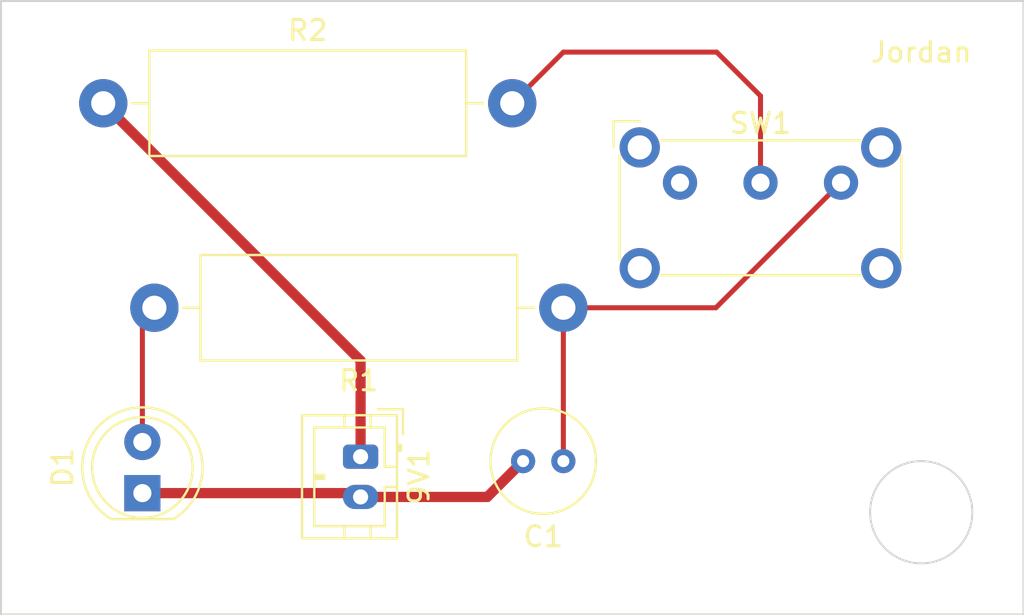
<source format=kicad_pcb>
(kicad_pcb (version 20211014) (generator pcbnew)
  (layers (0 "F.Cu" signal) (31 "B.Cu" signal) (34 "B.Paste" user) (35 "F.Paste" user) (36 "B.SilkS" user "B.Silkscreen") (37 "F.SilkS" user "F.Silkscreen") (38 "B.Mask" user) (39 "F.Mask" user) (44 "Edge.Cuts" user))
  (net 0 "")
  (net 1 "Net-(9V1-Pad1)")
  (net 2 "Net-(9V1-Pad2)")
  (net 3 "Net-(C1-Pad1)")
  (net 4 "Net-(D1-Pad2)")
  (net 5 "Net-(R2-Pad2)")
  (footprint "Capacitor_THT:C_Radial_D5.0mm_H5.0mm_P2.00mm" (layer "F.Cu") (at 134.62 99.06 180)
    (fp_text reference "C1" (at 1 -3.75) (layer "F.SilkS"))
    (fp_text value "4.7μF")
    (fp_circle (center 1 0) (end 3.62 0) (layer "F.SilkS") (width 0.12) (fill none))
    (pad "1" thru_hole circle (at 0 0 180) (size 1.2 1.2) (drill 0.6) (layers *.Cu *.Mask) (net 3 "Net-(C1-Pad1)"))
    (pad "2" thru_hole circle (at 2 0 180) (size 1.2 1.2) (drill 0.6) (layers *.Cu *.Mask) (net 2 "Net-(9V1-Pad2)"))
  )
  (footprint "Resistor_THT:R_Axial_DIN0516_L15.5mm_D5.0mm_P20.32mm_Horizontal" (layer "F.Cu") (at 134.62 91.44 180)
    (fp_text reference "R1" (at 10.16 -3.62) (layer "F.SilkS"))
    (fp_text value "20k")
    (fp_line (start 2.29 -2.62) (end 2.29 2.62) (layer "F.SilkS") (width 0.12))
    (fp_line (start 18.03 2.62) (end 18.03 -2.62) (layer "F.SilkS") (width 0.12))
    (fp_line (start 2.29 2.62) (end 18.03 2.62) (layer "F.SilkS") (width 0.12))
    (fp_line (start 18.88 0) (end 18.03 0) (layer "F.SilkS") (width 0.12))
    (fp_line (start 1.44 0) (end 2.29 0) (layer "F.SilkS") (width 0.12))
    (fp_line (start 18.03 -2.62) (end 2.29 -2.62) (layer "F.SilkS") (width 0.12))
    (pad "1" thru_hole circle (at 0 0 180) (size 2.4 2.4) (drill 1.2) (layers *.Cu *.Mask) (net 3 "Net-(C1-Pad1)"))
    (pad "2" thru_hole oval (at 20.32 0 180) (size 2.4 2.4) (drill 1.2) (layers *.Cu *.Mask) (net 4 "Net-(D1-Pad2)"))
  )
  (footprint "Connector_JST:JST_PH_B2B-PH-K_1x02_P2.00mm_Vertical" (layer "F.Cu") (at 124.545 98.84 -90)
    (fp_text reference "9V1" (at 1 -2.9 90) (layer "F.SilkS"))
    (fp_text value "V1")
    (fp_line (start 0.9 2.3) (end 0.9 1.8) (layer "F.SilkS") (width 0.12))
    (fp_line (start 3.45 2.3) (end 3.45 -1.2) (layer "F.SilkS") (width 0.12))
    (fp_line (start 0.5 -1.2) (end -1.45 -1.2) (layer "F.SilkS") (width 0.12))
    (fp_line (start 4.06 2.91) (end 4.06 -1.81) (layer "F.SilkS") (width 0.12))
    (fp_line (start -0.3 -1.81) (end -0.3 -2.01) (layer "F.SilkS") (width 0.12))
    (fp_line (start -0.3 -1.91) (end -0.6 -1.91) (layer "F.SilkS") (width 0.12))
    (fp_line (start 1 2.3) (end 1 1.8) (layer "F.SilkS") (width 0.12))
    (fp_line (start -2.36 -2.11) (end -2.36 -0.86) (layer "F.SilkS") (width 0.12))
    (fp_line (start 4.06 -0.5) (end 3.45 -0.5) (layer "F.SilkS") (width 0.12))
    (fp_line (start 1.1 1.8) (end 1.1 2.3) (layer "F.SilkS") (width 0.12))
    (fp_line (start -0.3 -2.01) (end -0.6 -2.01) (layer "F.SilkS") (width 0.12))
    (fp_line (start 4.06 0.8) (end 3.45 0.8) (layer "F.SilkS") (width 0.12))
    (fp_line (start 4.06 -1.81) (end -2.06 -1.81) (layer "F.SilkS") (width 0.12))
    (fp_line (start -1.45 -1.2) (end -1.45 2.3) (layer "F.SilkS") (width 0.12))
    (fp_line (start -1.11 -2.11) (end -2.36 -2.11) (layer "F.SilkS") (width 0.12))
    (fp_line (start -1.45 2.3) (end 3.45 2.3) (layer "F.SilkS") (width 0.12))
    (fp_line (start 0.5 -1.81) (end 0.5 -1.2) (layer "F.SilkS") (width 0.12))
    (fp_line (start -0.6 -2.01) (end -0.6 -1.81) (layer "F.SilkS") (width 0.12))
    (fp_line (start -2.06 -1.81) (end -2.06 2.91) (layer "F.SilkS") (width 0.12))
    (fp_line (start -2.06 -0.5) (end -1.45 -0.5) (layer "F.SilkS") (width 0.12))
    (fp_line (start 3.45 -1.2) (end 1.5 -1.2) (layer "F.SilkS") (width 0.12))
    (fp_line (start -2.06 0.8) (end -1.45 0.8) (layer "F.SilkS") (width 0.12))
    (fp_line (start 1.5 -1.2) (end 1.5 -1.81) (layer "F.SilkS") (width 0.12))
    (fp_line (start 0.9 1.8) (end 1.1 1.8) (layer "F.SilkS") (width 0.12))
    (fp_line (start -2.06 2.91) (end 4.06 2.91) (layer "F.SilkS") (width 0.12))
    (pad "1" thru_hole roundrect (at 0 0 270) (size 1.2 1.75) (drill 0.75) (layers *.Cu *.Mask) (roundrect_rratio 0.208333) (net 1 "Net-(9V1-Pad1)"))
    (pad "2" thru_hole oval (at 2 0 270) (size 1.2 1.75) (drill 0.75) (layers *.Cu *.Mask) (net 2 "Net-(9V1-Pad2)"))
  )
  (footprint "Resistor_THT:R_Axial_DIN0516_L15.5mm_D5.0mm_P20.32mm_Horizontal" (layer "F.Cu") (at 111.76 81.28)
    (fp_text reference "R2" (at 10.16 -3.62) (layer "F.SilkS"))
    (fp_text value "2.2k")
    (fp_line (start 18.03 -2.62) (end 2.29 -2.62) (layer "F.SilkS") (width 0.12))
    (fp_line (start 1.44 0) (end 2.29 0) (layer "F.SilkS") (width 0.12))
    (fp_line (start 2.29 2.62) (end 18.03 2.62) (layer "F.SilkS") (width 0.12))
    (fp_line (start 2.29 -2.62) (end 2.29 2.62) (layer "F.SilkS") (width 0.12))
    (fp_line (start 18.03 2.62) (end 18.03 -2.62) (layer "F.SilkS") (width 0.12))
    (fp_line (start 18.88 0) (end 18.03 0) (layer "F.SilkS") (width 0.12))
    (pad "1" thru_hole circle (at 0 0) (size 2.4 2.4) (drill 1.2) (layers *.Cu *.Mask) (net 1 "Net-(9V1-Pad1)"))
    (pad "2" thru_hole oval (at 20.32 0) (size 2.4 2.4) (drill 1.2) (layers *.Cu *.Mask) (net 5 "Net-(R2-Pad2)"))
  )
  (footprint "LED_THT:LED_D5.0mm" (layer "F.Cu") (at 113.704134 100.650048 90)
    (fp_text reference "D1" (at 1.27 -3.96 90) (layer "F.SilkS"))
    (fp_text value "LED")
    (fp_line (start -1.29 -1.545) (end -1.29 1.545) (layer "F.SilkS") (width 0.12))
    (fp_arc (start 4.26 -0.000462) (mid 2.072002 2.880433) (end -1.29 1.54483) (layer "F.SilkS") (width 0.12))
    (fp_arc (start -1.29 -1.54483) (mid 2.072002 -2.880433) (end 4.26 0.000462) (layer "F.SilkS") (width 0.12))
    (fp_circle (center 1.27 0) (end 3.77 0) (layer "F.SilkS") (width 0.12) (fill none))
    (pad "1" thru_hole rect (at 0 0 90) (size 1.8 1.8) (drill 0.9) (layers *.Cu *.Mask) (net 2 "Net-(9V1-Pad2)"))
    (pad "2" thru_hole circle (at 2.54 0 90) (size 1.8 1.8) (drill 0.9) (layers *.Cu *.Mask) (net 4 "Net-(D1-Pad2)"))
  )
  (footprint "Button_Switch_THT:SW_E-Switch_EG1224_SPDT_Angled" (layer "F.Cu") (at 140.415 85.225)
    (fp_text reference "SW1" (at 4 -2.95) (layer "F.SilkS"))
    (fp_text value "SW_SPDT")
    (fp_line (start -3.3 -3.05) (end -2 -3.05) (layer "F.SilkS") (width 0.12))
    (fp_line (start -0.95 -2.1) (end 8.95 -2.1) (layer "F.SilkS") (width 0.12))
    (fp_line (start 8.95 4.6) (end -0.95 4.6) (layer "F.SilkS") (width 0.12))
    (fp_line (start -3.3 -1.75) (end -3.3 -3.05) (layer "F.SilkS") (width 0.12))
    (fp_line (start -3 3.85) (end -3 -1.35) (layer "F.SilkS") (width 0.12))
    (fp_line (start 11 -1.35) (end 11 3.85) (layer "F.SilkS") (width 0.12))
    (pad "" thru_hole circle (at 10 -1.75) (size 2 2) (drill 1.2) (layers *.Cu *.Mask))
    (pad "" thru_hole circle (at -2 -1.75) (size 2 2) (drill 1.2) (layers *.Cu *.Mask))
    (pad "" thru_hole circle (at 10 4.25) (size 2 2) (drill 1.2) (layers *.Cu *.Mask))
    (pad "" thru_hole circle (at -2 4.25) (size 2 2) (drill 1.2) (layers *.Cu *.Mask))
    (pad "1" thru_hole circle (at 0 0) (size 1.7 1.7) (drill 0.9) (layers *.Cu *.Mask))
    (pad "2" thru_hole circle (at 4 0) (size 1.7 1.7) (drill 0.9) (layers *.Cu *.Mask) (net 5 "Net-(R2-Pad2)"))
    (pad "3" thru_hole circle (at 8 0) (size 1.7 1.7) (drill 0.9) (layers *.Cu *.Mask) (net 3 "Net-(C1-Pad1)"))
  )
  (gr_circle (center 152.4 101.6) (end 154.94 101.6) (layer "Edge.Cuts") (width 0.1) (fill none))
  (gr_rect (start 106.68 76.2) (end 157.48 106.68) (layer "Edge.Cuts") (width 0.1) (fill none))
  (gr_text "Jordan\n" (at 152.4 78.74) (layer "F.SilkS") (effects (font (size 1 1))))
  (segment (start 124.545 94.065) (end 111.76 81.28) (width 0.508) (layer "F.Cu") (net 1))
  (segment (start 124.545 98.84) (end 124.545 94.065) (width 0.508) (layer "F.Cu") (net 1))
  (segment (start 130.84 100.84) (end 132.62 99.06) (width 0.508) (layer "F.Cu") (net 2))
  (segment (start 124.545 100.84) (end 130.84 100.84) (width 0.508) (layer "F.Cu") (net 2))
  (segment (start 124.355048 100.650048) (end 124.545 100.84) (width 0.508) (layer "F.Cu") (net 2))
  (segment (start 113.704134 100.650048) (end 124.355048 100.650048) (width 0.508) (layer "F.Cu") (net 2))
  (segment (start 134.62 91.44) (end 142.2 91.44) (width 0.25) (layer "F.Cu") (net 3))
  (segment (start 134.62 99.06) (end 134.62 91.44) (width 0.25) (layer "F.Cu") (net 3))
  (segment (start 142.2 91.44) (end 148.415 85.225) (width 0.25) (layer "F.Cu") (net 3))
  (segment (start 113.704134 92.035866) (end 114.3 91.44) (width 0.25) (layer "F.Cu") (net 4))
  (segment (start 113.704134 98.110048) (end 113.704134 92.035866) (width 0.25) (layer "F.Cu") (net 4))
  (segment (start 144.415 80.915) (end 142.24 78.74) (width 0.25) (layer "F.Cu") (net 5))
  (segment (start 144.415 85.225) (end 144.415 80.915) (width 0.25) (layer "F.Cu") (net 5))
  (segment (start 142.24 78.74) (end 134.62 78.74) (width 0.25) (layer "F.Cu") (net 5))
  (segment (start 134.62 78.74) (end 132.08 81.28) (width 0.25) (layer "F.Cu") (net 5))
)
</source>
